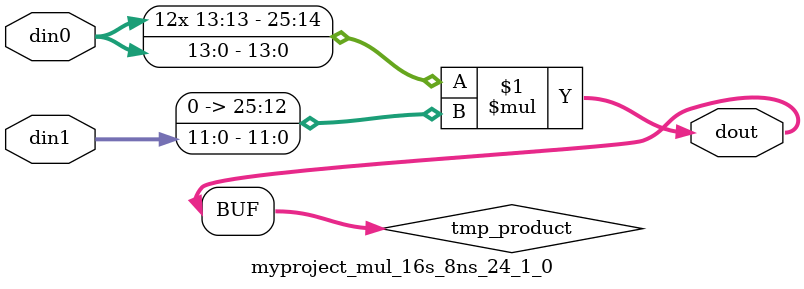
<source format=v>

`timescale 1 ns / 1 ps

  module myproject_mul_16s_8ns_24_1_0(din0, din1, dout);
parameter ID = 1;
parameter NUM_STAGE = 0;
parameter din0_WIDTH = 14;
parameter din1_WIDTH = 12;
parameter dout_WIDTH = 26;

input [din0_WIDTH - 1 : 0] din0; 
input [din1_WIDTH - 1 : 0] din1; 
output [dout_WIDTH - 1 : 0] dout;

wire signed [dout_WIDTH - 1 : 0] tmp_product;












assign tmp_product = $signed(din0) * $signed({1'b0, din1});









assign dout = tmp_product;







endmodule

</source>
